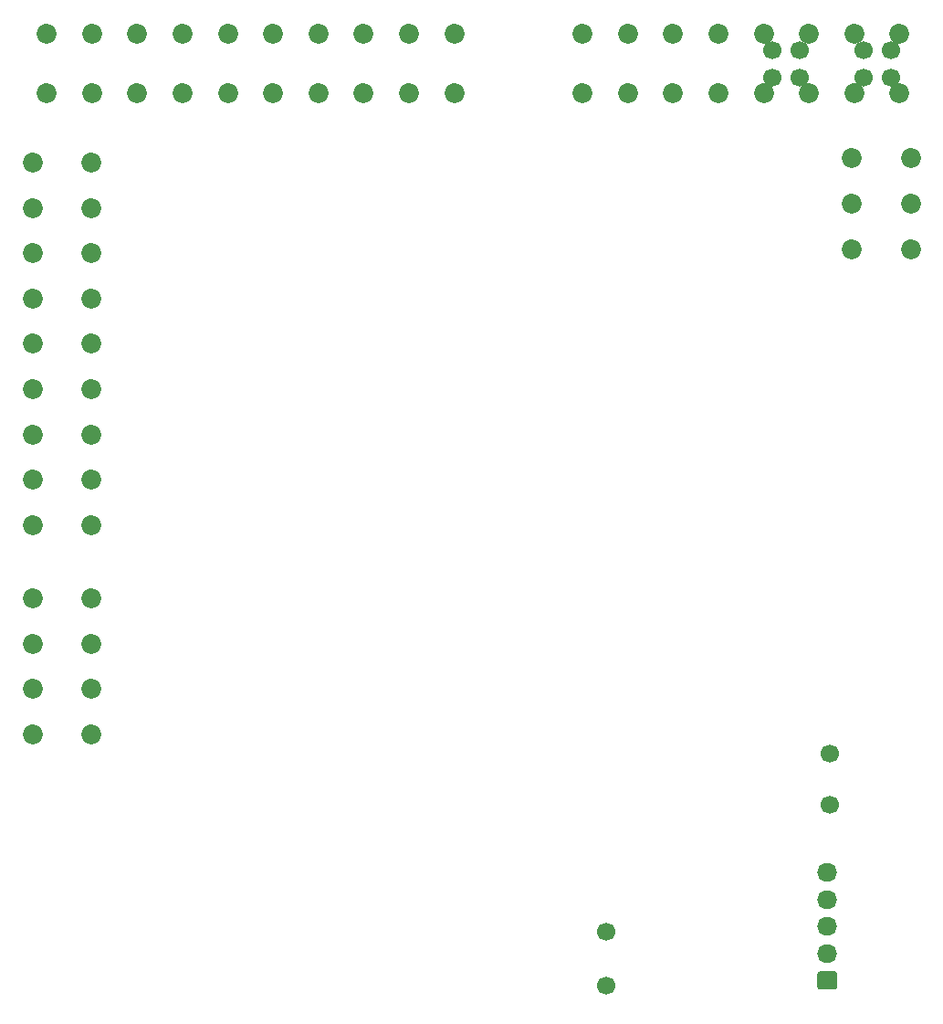
<source format=gts>
G04 #@! TF.GenerationSoftware,KiCad,Pcbnew,7.0.5*
G04 #@! TF.CreationDate,2024-02-01T10:21:26+03:00*
G04 #@! TF.ProjectId,hellen1-uaefi,68656c6c-656e-4312-9d75-616566692e6b,rev?*
G04 #@! TF.SameCoordinates,PX55d4a80PY8f0d180*
G04 #@! TF.FileFunction,Soldermask,Top*
G04 #@! TF.FilePolarity,Negative*
%FSLAX46Y46*%
G04 Gerber Fmt 4.6, Leading zero omitted, Abs format (unit mm)*
G04 Created by KiCad (PCBNEW 7.0.5) date 2024-02-01 10:21:26*
%MOMM*%
%LPD*%
G01*
G04 APERTURE LIST*
%ADD10C,1.850000*%
%ADD11C,1.700000*%
%ADD12O,1.850000X1.700000*%
%ADD13C,1.800000*%
G04 APERTURE END LIST*
D10*
G04 #@! TO.C,P4*
X9300126Y38400000D03*
G04 #@! TD*
G04 #@! TO.C,P20*
X14800126Y53600000D03*
G04 #@! TD*
G04 #@! TO.C,P54*
X89725126Y90725000D03*
G04 #@! TD*
G04 #@! TO.C,P19*
X14800126Y49400000D03*
G04 #@! TD*
G04 #@! TO.C,P29*
X19025126Y90725000D03*
G04 #@! TD*
D11*
G04 #@! TO.C,P71*
X62525126Y2500000D03*
G04 #@! TD*
D10*
G04 #@! TO.C,P14*
X9300126Y66200000D03*
G04 #@! TD*
G04 #@! TO.C,P47*
X60325126Y90725000D03*
G04 #@! TD*
G04 #@! TO.C,P62*
X89725126Y85225000D03*
G04 #@! TD*
G04 #@! TO.C,P13*
X9300126Y62000000D03*
G04 #@! TD*
G04 #@! TO.C,P12*
X9300126Y57800000D03*
G04 #@! TD*
G04 #@! TO.C,P36*
X48425126Y90725000D03*
G04 #@! TD*
G04 #@! TO.C,P67*
X85250126Y75000000D03*
G04 #@! TD*
G04 #@! TO.C,P52*
X81325126Y90725000D03*
G04 #@! TD*
G04 #@! TO.C,P35*
X44225126Y90725000D03*
G04 #@! TD*
G04 #@! TO.C,P32*
X31625126Y90725000D03*
G04 #@! TD*
G04 #@! TO.C,P17*
X9300126Y78800000D03*
G04 #@! TD*
G04 #@! TO.C,P65*
X90750126Y70800000D03*
G04 #@! TD*
G04 #@! TO.C,P60*
X81325126Y85225000D03*
G04 #@! TD*
G04 #@! TO.C,P30*
X23225126Y90725000D03*
G04 #@! TD*
G04 #@! TO.C,P11*
X9300126Y53600000D03*
G04 #@! TD*
G04 #@! TO.C,P33*
X35825126Y90725000D03*
G04 #@! TD*
G04 #@! TO.C,P43*
X35825126Y85225000D03*
G04 #@! TD*
G04 #@! TO.C,P61*
X85525126Y85245000D03*
G04 #@! TD*
G04 #@! TO.C,P8*
X14800126Y38400000D03*
G04 #@! TD*
G04 #@! TO.C,P25*
X14800126Y74600000D03*
G04 #@! TD*
G04 #@! TO.C,P48*
X64525126Y90725000D03*
G04 #@! TD*
G04 #@! TO.C,P49*
X68725126Y90725000D03*
G04 #@! TD*
G04 #@! TO.C,J1*
G36*
G01*
X83700126Y2150000D02*
X82350126Y2150000D01*
G75*
G02*
X82100126Y2400000I0J250000D01*
G01*
X82100126Y3600000D01*
G75*
G02*
X82350126Y3850000I250000J0D01*
G01*
X83700126Y3850000D01*
G75*
G02*
X83950126Y3600000I0J-250000D01*
G01*
X83950126Y2400000D01*
G75*
G02*
X83700126Y2150000I-250000J0D01*
G01*
G37*
D12*
X83025126Y5500000D03*
X83025126Y8000000D03*
X83025126Y10500000D03*
X83025126Y13000000D03*
G04 #@! TD*
D10*
G04 #@! TO.C,P56*
X64525126Y85225000D03*
G04 #@! TD*
G04 #@! TO.C,P59*
X77125126Y85225000D03*
G04 #@! TD*
G04 #@! TO.C,P50*
X72925126Y90725000D03*
G04 #@! TD*
G04 #@! TO.C,P6*
X14800126Y30000000D03*
G04 #@! TD*
G04 #@! TO.C,P44*
X40025126Y85225000D03*
G04 #@! TD*
G04 #@! TO.C,P23*
X14800126Y66200000D03*
G04 #@! TD*
G04 #@! TO.C,P55*
X60325126Y85225000D03*
G04 #@! TD*
G04 #@! TO.C,P2*
X9300126Y30000000D03*
G04 #@! TD*
G04 #@! TO.C,P27*
X10625126Y90725000D03*
G04 #@! TD*
G04 #@! TO.C,P66*
X85250126Y79200000D03*
G04 #@! TD*
G04 #@! TO.C,P58*
X72925126Y85225000D03*
G04 #@! TD*
G04 #@! TO.C,P15*
X9300126Y70400000D03*
G04 #@! TD*
G04 #@! TO.C,P39*
X19025126Y85225000D03*
G04 #@! TD*
G04 #@! TO.C,P42*
X31625126Y85225000D03*
G04 #@! TD*
G04 #@! TO.C,P3*
X9300126Y34200000D03*
G04 #@! TD*
G04 #@! TO.C,P26*
X14800126Y78800000D03*
G04 #@! TD*
G04 #@! TO.C,P9*
X9300126Y45200000D03*
G04 #@! TD*
G04 #@! TO.C,P53*
X85525126Y90725000D03*
G04 #@! TD*
G04 #@! TO.C,P64*
X90750126Y75000000D03*
G04 #@! TD*
G04 #@! TO.C,BRD1*
X9300126Y25800000D03*
X9300126Y30000000D03*
X9300126Y34200000D03*
X9300126Y38400000D03*
X14800126Y25800000D03*
X14800126Y30000000D03*
X14800126Y34200000D03*
X14800126Y38400000D03*
X9300126Y45200000D03*
X9300126Y49400000D03*
X9300126Y53600000D03*
X9300126Y57800000D03*
X9300126Y62000000D03*
X9300126Y66200000D03*
X9300126Y70400000D03*
X9300126Y74600000D03*
X9300126Y78800000D03*
X14800126Y45200000D03*
X14800126Y49400000D03*
X14800126Y53600000D03*
X14800126Y57800000D03*
X14800126Y62000000D03*
X14800126Y66200000D03*
X14800126Y70400000D03*
X14800126Y74600000D03*
X14800126Y78800000D03*
X10625126Y90725000D03*
X14825126Y90725000D03*
X19025126Y90725000D03*
X23225126Y90725000D03*
X27425126Y90725000D03*
X31625126Y90725000D03*
X35825126Y90725000D03*
X40025126Y90725000D03*
X44225126Y90725000D03*
X48425126Y90725000D03*
X10625126Y85225000D03*
X14825126Y85225000D03*
X19025126Y85225000D03*
X23225126Y85225000D03*
X27425126Y85225000D03*
X31625126Y85225000D03*
X35825126Y85225000D03*
D13*
X40025126Y85225000D03*
D10*
X44225126Y85225000D03*
X48425126Y85225000D03*
X60325126Y90725000D03*
X64525126Y90725000D03*
X68725126Y90725000D03*
X72925126Y90725000D03*
X77125126Y90725000D03*
D11*
X77912563Y89187437D03*
X80452563Y89187437D03*
D10*
X81325126Y90725000D03*
X85525126Y90725000D03*
D11*
X86372563Y89187437D03*
X88912563Y89187437D03*
D10*
X89725126Y90725000D03*
X60325126Y85225000D03*
X64525126Y85225000D03*
X68725126Y85225000D03*
X72925126Y85225000D03*
X77125126Y85225000D03*
D11*
X77912563Y86647437D03*
X80452563Y86647437D03*
D10*
X81325126Y85225000D03*
X85525126Y85225000D03*
D11*
X86372563Y86647437D03*
X88912563Y86647437D03*
D10*
X89725126Y85225000D03*
X90750126Y79200000D03*
X90750126Y75000000D03*
X90750126Y70800000D03*
X85250126Y79200000D03*
X85250126Y75000000D03*
X85250126Y70800000D03*
G36*
G01*
X83700126Y2150000D02*
X82350126Y2150000D01*
G75*
G02*
X82100126Y2400000I0J250000D01*
G01*
X82100126Y3600000D01*
G75*
G02*
X82350126Y3850000I250000J0D01*
G01*
X83700126Y3850000D01*
G75*
G02*
X83950126Y3600000I0J-250000D01*
G01*
X83950126Y2400000D01*
G75*
G02*
X83700126Y2150000I-250000J0D01*
G01*
G37*
D12*
X83025126Y5500000D03*
X83025126Y8000000D03*
X83025126Y10500000D03*
X83025126Y13000000D03*
D11*
X62525126Y2500000D03*
X62525126Y7500000D03*
X83225126Y24000000D03*
X83225126Y19300000D03*
G04 #@! TD*
D10*
G04 #@! TO.C,P41*
X27425126Y85225000D03*
G04 #@! TD*
G04 #@! TO.C,P63*
X90750126Y79200000D03*
G04 #@! TD*
D11*
G04 #@! TO.C,P72*
X62525126Y7500000D03*
G04 #@! TD*
D10*
G04 #@! TO.C,P7*
X14800126Y34200000D03*
G04 #@! TD*
G04 #@! TO.C,P34*
X40025126Y90725000D03*
G04 #@! TD*
G04 #@! TO.C,P45*
X44225126Y85225000D03*
G04 #@! TD*
D11*
G04 #@! TO.C,P69*
X83225126Y24000000D03*
G04 #@! TD*
D10*
G04 #@! TO.C,P22*
X14800126Y62000000D03*
G04 #@! TD*
G04 #@! TO.C,P28*
X14825126Y90725000D03*
G04 #@! TD*
G04 #@! TO.C,P16*
X9300126Y74600000D03*
G04 #@! TD*
G04 #@! TO.C,P1*
X9300126Y25800000D03*
G04 #@! TD*
G04 #@! TO.C,P37*
X10625126Y85225000D03*
G04 #@! TD*
G04 #@! TO.C,P46*
X48425126Y85225000D03*
G04 #@! TD*
G04 #@! TO.C,P51*
X77125126Y90725000D03*
G04 #@! TD*
G04 #@! TO.C,P40*
X23225126Y85225000D03*
G04 #@! TD*
G04 #@! TO.C,P31*
X27425126Y90725000D03*
G04 #@! TD*
G04 #@! TO.C,P38*
X14825126Y85225000D03*
G04 #@! TD*
D11*
G04 #@! TO.C,P70*
X83225126Y19300000D03*
G04 #@! TD*
D10*
G04 #@! TO.C,P21*
X14800126Y57800000D03*
G04 #@! TD*
G04 #@! TO.C,P5*
X14800126Y25800000D03*
G04 #@! TD*
G04 #@! TO.C,P68*
X85250126Y70800000D03*
G04 #@! TD*
G04 #@! TO.C,P24*
X14800126Y70400000D03*
G04 #@! TD*
G04 #@! TO.C,P10*
X9300126Y49400000D03*
G04 #@! TD*
G04 #@! TO.C,P57*
X68725126Y85225000D03*
G04 #@! TD*
G04 #@! TO.C,P18*
X14800126Y45200000D03*
G04 #@! TD*
M02*

</source>
